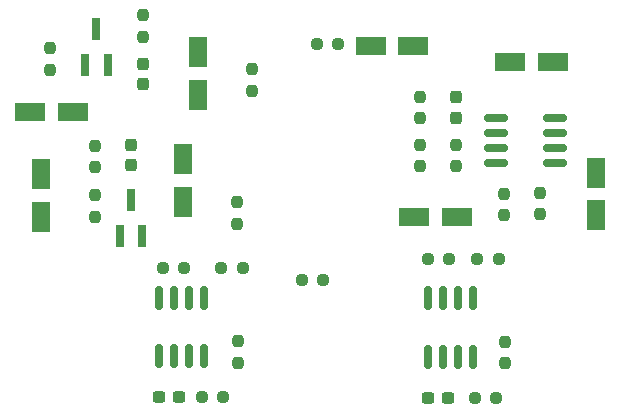
<source format=gbr>
%TF.GenerationSoftware,KiCad,Pcbnew,(6.0.9-0)*%
%TF.CreationDate,2024-11-07T13:24:40+01:00*%
%TF.ProjectId,io-board,696f2d62-6f61-4726-942e-6b696361645f,rev?*%
%TF.SameCoordinates,Original*%
%TF.FileFunction,Paste,Bot*%
%TF.FilePolarity,Positive*%
%FSLAX46Y46*%
G04 Gerber Fmt 4.6, Leading zero omitted, Abs format (unit mm)*
G04 Created by KiCad (PCBNEW (6.0.9-0)) date 2024-11-07 13:24:40*
%MOMM*%
%LPD*%
G01*
G04 APERTURE LIST*
G04 Aperture macros list*
%AMRoundRect*
0 Rectangle with rounded corners*
0 $1 Rounding radius*
0 $2 $3 $4 $5 $6 $7 $8 $9 X,Y pos of 4 corners*
0 Add a 4 corners polygon primitive as box body*
4,1,4,$2,$3,$4,$5,$6,$7,$8,$9,$2,$3,0*
0 Add four circle primitives for the rounded corners*
1,1,$1+$1,$2,$3*
1,1,$1+$1,$4,$5*
1,1,$1+$1,$6,$7*
1,1,$1+$1,$8,$9*
0 Add four rect primitives between the rounded corners*
20,1,$1+$1,$2,$3,$4,$5,0*
20,1,$1+$1,$4,$5,$6,$7,0*
20,1,$1+$1,$6,$7,$8,$9,0*
20,1,$1+$1,$8,$9,$2,$3,0*%
G04 Aperture macros list end*
%ADD10R,0.800000X1.900000*%
%ADD11RoundRect,0.237500X0.250000X0.237500X-0.250000X0.237500X-0.250000X-0.237500X0.250000X-0.237500X0*%
%ADD12RoundRect,0.237500X0.237500X-0.250000X0.237500X0.250000X-0.237500X0.250000X-0.237500X-0.250000X0*%
%ADD13RoundRect,0.150000X0.825000X0.150000X-0.825000X0.150000X-0.825000X-0.150000X0.825000X-0.150000X0*%
%ADD14RoundRect,0.237500X-0.237500X0.250000X-0.237500X-0.250000X0.237500X-0.250000X0.237500X0.250000X0*%
%ADD15RoundRect,0.250000X0.550000X-1.050000X0.550000X1.050000X-0.550000X1.050000X-0.550000X-1.050000X0*%
%ADD16RoundRect,0.237500X-0.250000X-0.237500X0.250000X-0.237500X0.250000X0.237500X-0.250000X0.237500X0*%
%ADD17RoundRect,0.237500X-0.237500X0.300000X-0.237500X-0.300000X0.237500X-0.300000X0.237500X0.300000X0*%
%ADD18RoundRect,0.250000X-0.550000X1.050000X-0.550000X-1.050000X0.550000X-1.050000X0.550000X1.050000X0*%
%ADD19RoundRect,0.237500X-0.300000X-0.237500X0.300000X-0.237500X0.300000X0.237500X-0.300000X0.237500X0*%
%ADD20RoundRect,0.150000X-0.150000X0.825000X-0.150000X-0.825000X0.150000X-0.825000X0.150000X0.825000X0*%
%ADD21RoundRect,0.250000X-1.050000X-0.550000X1.050000X-0.550000X1.050000X0.550000X-1.050000X0.550000X0*%
%ADD22RoundRect,0.250000X1.050000X0.550000X-1.050000X0.550000X-1.050000X-0.550000X1.050000X-0.550000X0*%
%ADD23RoundRect,0.237500X0.237500X-0.300000X0.237500X0.300000X-0.237500X0.300000X-0.237500X-0.300000X0*%
G04 APERTURE END LIST*
D10*
%TO.C,Q1*%
X78288000Y-78947000D03*
X77338000Y-81947000D03*
X79238000Y-81947000D03*
%TD*%
D11*
%TO.C,R15*%
X95663500Y-100132000D03*
X97488500Y-100132000D03*
%TD*%
D12*
%TO.C,R6*%
X74351000Y-80550500D03*
X74351000Y-82375500D03*
%TD*%
D13*
%TO.C,U1*%
X112135000Y-86439500D03*
X112135000Y-87709500D03*
X112135000Y-88979500D03*
X112135000Y-90249500D03*
X117085000Y-90249500D03*
X117085000Y-88979500D03*
X117085000Y-87709500D03*
X117085000Y-86439500D03*
%TD*%
D10*
%TO.C,Q2*%
X81209000Y-93425000D03*
X80259000Y-96425000D03*
X82159000Y-96425000D03*
%TD*%
D14*
%TO.C,R7*%
X78161000Y-94821500D03*
X78161000Y-92996500D03*
%TD*%
D11*
%TO.C,R16*%
X110522500Y-98354000D03*
X112347500Y-98354000D03*
%TD*%
D15*
%TO.C,C2*%
X85654000Y-89950000D03*
X85654000Y-93550000D03*
%TD*%
D16*
%TO.C,R22*%
X89050500Y-110053000D03*
X87225500Y-110053000D03*
%TD*%
D17*
%TO.C,C3*%
X82225000Y-83595500D03*
X82225000Y-81870500D03*
%TD*%
D15*
%TO.C,C5*%
X73589000Y-91220000D03*
X73589000Y-94820000D03*
%TD*%
D12*
%TO.C,R12*%
X105720000Y-88702000D03*
X105720000Y-90527000D03*
%TD*%
D18*
%TO.C,C1*%
X86924000Y-84477000D03*
X86924000Y-80877000D03*
%TD*%
D16*
%TO.C,R20*%
X112164500Y-110109000D03*
X110339500Y-110109000D03*
%TD*%
D19*
%TO.C,C11*%
X108050500Y-110109000D03*
X106325500Y-110109000D03*
%TD*%
D11*
%TO.C,R17*%
X88876500Y-99131000D03*
X90701500Y-99131000D03*
%TD*%
D18*
%TO.C,C7*%
X120570000Y-94694500D03*
X120570000Y-91094500D03*
%TD*%
D14*
%TO.C,R11*%
X108768000Y-90527000D03*
X108768000Y-88702000D03*
%TD*%
D20*
%TO.C,U3*%
X83566000Y-106615000D03*
X84836000Y-106615000D03*
X86106000Y-106615000D03*
X87376000Y-106615000D03*
X87376000Y-101665000D03*
X86106000Y-101665000D03*
X84836000Y-101665000D03*
X83566000Y-101665000D03*
%TD*%
D12*
%TO.C,R2*%
X91496000Y-82328500D03*
X91496000Y-84153500D03*
%TD*%
D11*
%TO.C,R19*%
X83923500Y-99131000D03*
X85748500Y-99131000D03*
%TD*%
D12*
%TO.C,R4*%
X82225000Y-77756500D03*
X82225000Y-79581500D03*
%TD*%
D19*
%TO.C,C12*%
X85317500Y-110053000D03*
X83592500Y-110053000D03*
%TD*%
D21*
%TO.C,C8*%
X108790000Y-94798000D03*
X105190000Y-94798000D03*
%TD*%
D22*
%TO.C,C10*%
X101507000Y-80320000D03*
X105107000Y-80320000D03*
%TD*%
D23*
%TO.C,C4*%
X81209000Y-88728500D03*
X81209000Y-90453500D03*
%TD*%
D12*
%TO.C,R8*%
X78161000Y-88805500D03*
X78161000Y-90630500D03*
%TD*%
D11*
%TO.C,R1*%
X96933500Y-80193000D03*
X98758500Y-80193000D03*
%TD*%
D14*
%TO.C,R21*%
X112903000Y-107211500D03*
X112903000Y-105386500D03*
%TD*%
%TO.C,R23*%
X90297000Y-107145500D03*
X90297000Y-105320500D03*
%TD*%
D12*
%TO.C,R5*%
X90226000Y-93587500D03*
X90226000Y-95412500D03*
%TD*%
D14*
%TO.C,R13*%
X112832000Y-94694500D03*
X112832000Y-92869500D03*
%TD*%
D12*
%TO.C,R10*%
X115880000Y-92766000D03*
X115880000Y-94591000D03*
%TD*%
D11*
%TO.C,R18*%
X106331500Y-98354000D03*
X108156500Y-98354000D03*
%TD*%
D21*
%TO.C,C6*%
X76278000Y-85908000D03*
X72678000Y-85908000D03*
%TD*%
D12*
%TO.C,R14*%
X105720000Y-84638000D03*
X105720000Y-86463000D03*
%TD*%
D23*
%TO.C,C13*%
X108768000Y-84688000D03*
X108768000Y-86413000D03*
%TD*%
D20*
%TO.C,U2*%
X106355000Y-106671000D03*
X107625000Y-106671000D03*
X108895000Y-106671000D03*
X110165000Y-106671000D03*
X110165000Y-101721000D03*
X108895000Y-101721000D03*
X107625000Y-101721000D03*
X106355000Y-101721000D03*
%TD*%
D22*
%TO.C,C9*%
X113318000Y-81740500D03*
X116918000Y-81740500D03*
%TD*%
M02*

</source>
